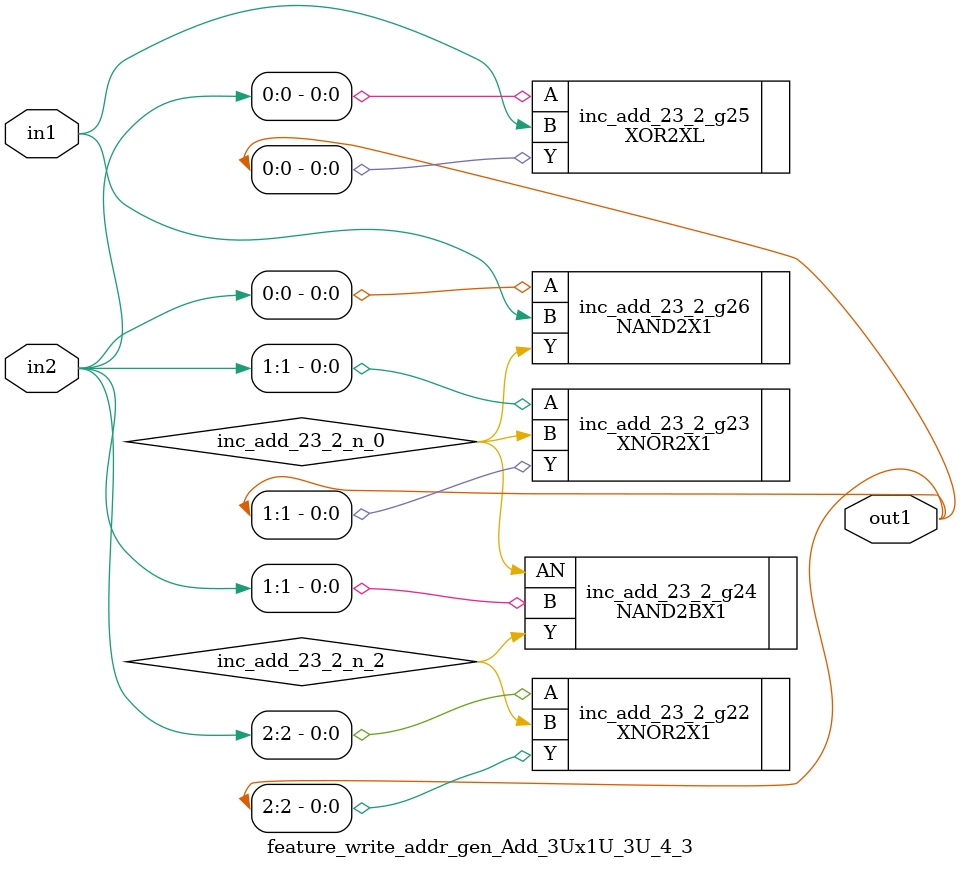
<source format=v>
`timescale 1ps / 1ps


module feature_write_addr_gen_Add_3Ux1U_3U_4_3(in2, in1, out1);
  input [2:0] in2;
  input in1;
  output [2:0] out1;
  wire [2:0] in2;
  wire in1;
  wire [2:0] out1;
  wire inc_add_23_2_n_0, inc_add_23_2_n_2;
  XNOR2X1 inc_add_23_2_g22(.A (in2[2]), .B (inc_add_23_2_n_2), .Y
       (out1[2]));
  XNOR2X1 inc_add_23_2_g23(.A (in2[1]), .B (inc_add_23_2_n_0), .Y
       (out1[1]));
  NAND2BX1 inc_add_23_2_g24(.AN (inc_add_23_2_n_0), .B (in2[1]), .Y
       (inc_add_23_2_n_2));
  XOR2XL inc_add_23_2_g25(.A (in2[0]), .B (in1), .Y (out1[0]));
  NAND2X1 inc_add_23_2_g26(.A (in2[0]), .B (in1), .Y
       (inc_add_23_2_n_0));
endmodule



</source>
